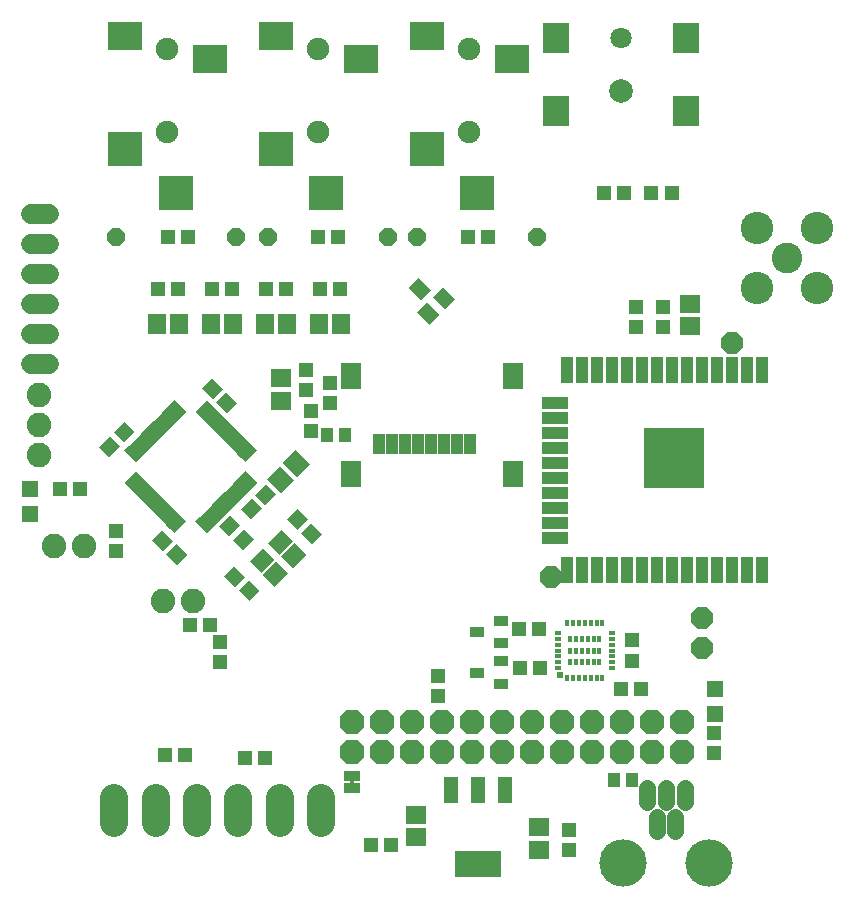
<source format=gbr>
G04 EAGLE Gerber RS-274X export*
G75*
%MOMM*%
%FSLAX34Y34*%
%LPD*%
%INSoldermask Top*%
%IPPOS*%
%AMOC8*
5,1,8,0,0,1.08239X$1,22.5*%
G01*
%ADD10R,1.203200X2.303200*%
%ADD11R,3.903200X2.303200*%
%ADD12R,1.703200X1.503200*%
%ADD13R,1.303200X1.203200*%
%ADD14C,2.082800*%
%ADD15C,1.903200*%
%ADD16R,3.003200X2.403200*%
%ADD17R,3.003200X3.003200*%
%ADD18R,1.203200X1.303200*%
%ADD19R,1.503200X1.703200*%
%ADD20C,2.336800*%
%ADD21R,1.403200X1.403200*%
%ADD22R,1.397000X0.508000*%
%ADD23R,2.203200X2.603200*%
%ADD24C,1.803200*%
%ADD25C,2.003200*%
%ADD26R,1.103200X1.173400*%
%ADD27R,1.135800X1.173400*%
%ADD28R,5.203200X5.203200*%
%ADD29R,1.103200X2.203200*%
%ADD30R,2.203200X1.103200*%
%ADD31P,2.254402X8X202.500000*%
%ADD32R,0.300000X0.600000*%
%ADD33R,0.600000X0.300000*%
%ADD34R,0.500000X0.500000*%
%ADD35P,1.649562X8X22.500000*%
%ADD36C,1.727200*%
%ADD37C,2.603200*%
%ADD38C,2.753200*%
%ADD39R,1.473200X0.838200*%
%ADD40R,1.653200X2.203200*%
%ADD41R,1.003200X1.703200*%
%ADD42R,1.219200X0.838200*%
%ADD43P,1.951982X8X22.500000*%
%ADD44R,1.203200X1.473200*%
%ADD45C,4.013200*%
%ADD46C,1.411200*%
%ADD47R,1.403200X1.603200*%

G36*
X368294Y150413D02*
X368294Y150413D01*
X368359Y150415D01*
X368403Y150433D01*
X368450Y150441D01*
X368507Y150475D01*
X368567Y150500D01*
X368602Y150532D01*
X368643Y150556D01*
X368684Y150607D01*
X368733Y150651D01*
X368755Y150693D01*
X368784Y150730D01*
X368805Y150792D01*
X368835Y150851D01*
X368844Y150905D01*
X368856Y150942D01*
X368855Y150982D01*
X368863Y151036D01*
X368863Y154846D01*
X368852Y154911D01*
X368850Y154977D01*
X368832Y155020D01*
X368823Y155067D01*
X368790Y155124D01*
X368765Y155185D01*
X368733Y155219D01*
X368709Y155260D01*
X368658Y155302D01*
X368614Y155350D01*
X368572Y155372D01*
X368535Y155401D01*
X368473Y155423D01*
X368414Y155453D01*
X368360Y155461D01*
X368323Y155473D01*
X368283Y155472D01*
X368229Y155480D01*
X365689Y155480D01*
X365624Y155469D01*
X365558Y155467D01*
X365515Y155449D01*
X365468Y155441D01*
X365411Y155407D01*
X365350Y155382D01*
X365316Y155351D01*
X365275Y155327D01*
X365233Y155275D01*
X365185Y155231D01*
X365163Y155189D01*
X365134Y155152D01*
X365112Y155090D01*
X365082Y155031D01*
X365074Y154977D01*
X365062Y154940D01*
X365062Y154936D01*
X365062Y154935D01*
X365063Y154900D01*
X365055Y154846D01*
X365055Y151036D01*
X365066Y150971D01*
X365068Y150906D01*
X365086Y150862D01*
X365094Y150815D01*
X365128Y150758D01*
X365153Y150698D01*
X365184Y150663D01*
X365208Y150622D01*
X365260Y150581D01*
X365304Y150532D01*
X365346Y150510D01*
X365383Y150481D01*
X365445Y150460D01*
X365504Y150429D01*
X365558Y150421D01*
X365595Y150409D01*
X365634Y150410D01*
X365689Y150402D01*
X368229Y150402D01*
X368294Y150413D01*
G37*
D10*
X496255Y145972D03*
X473255Y145972D03*
X450255Y145972D03*
D11*
X473255Y83972D03*
D12*
X525588Y114975D03*
X525588Y95975D03*
X421220Y125353D03*
X421220Y106353D03*
D13*
G36*
X170729Y437860D02*
X161515Y428646D01*
X153007Y437154D01*
X162221Y446368D01*
X170729Y437860D01*
G37*
G36*
X182750Y449881D02*
X173536Y440667D01*
X165028Y449175D01*
X174242Y458389D01*
X182750Y449881D01*
G37*
G36*
X248909Y477580D02*
X239695Y486794D01*
X248203Y495302D01*
X257417Y486088D01*
X248909Y477580D01*
G37*
G36*
X260930Y465560D02*
X251716Y474774D01*
X260224Y483282D01*
X269438Y474068D01*
X260930Y465560D01*
G37*
G36*
X218285Y354611D02*
X227499Y345397D01*
X218991Y336889D01*
X209777Y346103D01*
X218285Y354611D01*
G37*
G36*
X206264Y366632D02*
X215478Y357418D01*
X206970Y348910D01*
X197756Y358124D01*
X206264Y366632D01*
G37*
D14*
X139523Y352683D03*
X114123Y352683D03*
D13*
X167198Y365895D03*
X167198Y348895D03*
D15*
X465957Y773895D03*
X465957Y703895D03*
D16*
X429957Y784895D03*
X501957Y764895D03*
D17*
X429957Y688895D03*
X472957Y651895D03*
D18*
X464875Y614879D03*
X481875Y614879D03*
X310953Y570821D03*
X293953Y570821D03*
D19*
X311953Y540821D03*
X292953Y540821D03*
D15*
X338227Y773895D03*
X338227Y703895D03*
D16*
X302227Y784895D03*
X374227Y764895D03*
D17*
X302227Y688895D03*
X345227Y651895D03*
D18*
X337730Y614879D03*
X354730Y614879D03*
X265290Y570821D03*
X248290Y570821D03*
D19*
X266290Y540821D03*
X247290Y540821D03*
D15*
X210497Y773895D03*
X210497Y703895D03*
D16*
X174497Y784895D03*
X246497Y764895D03*
D17*
X174497Y688895D03*
X217497Y651895D03*
D18*
X210836Y614879D03*
X227836Y614879D03*
X219626Y570821D03*
X202626Y570821D03*
D19*
X220626Y540821D03*
X201626Y540821D03*
D18*
X356617Y570821D03*
X339617Y570821D03*
D19*
X357617Y540821D03*
X338617Y540821D03*
D18*
X597400Y651566D03*
X580400Y651566D03*
X637400Y651566D03*
X620400Y651566D03*
D13*
X332312Y467125D03*
X332312Y450125D03*
X327542Y502099D03*
X327542Y485099D03*
D12*
X306640Y475847D03*
X306640Y494847D03*
D19*
G36*
X317604Y408582D02*
X306975Y397953D01*
X294932Y409996D01*
X305561Y420625D01*
X317604Y408582D01*
G37*
G36*
X331039Y422017D02*
X320410Y411388D01*
X308367Y423431D01*
X318996Y434060D01*
X331039Y422017D01*
G37*
D20*
X165697Y139825D02*
X165697Y118489D01*
X200697Y118489D02*
X200697Y139825D01*
X235697Y139825D02*
X235697Y118489D01*
X270697Y118489D02*
X270697Y139825D01*
X305697Y139825D02*
X305697Y118489D01*
X340697Y118489D02*
X340697Y139825D01*
D13*
G36*
X279272Y324042D02*
X288486Y314828D01*
X279978Y306320D01*
X270764Y315534D01*
X279272Y324042D01*
G37*
G36*
X267251Y336063D02*
X276465Y326849D01*
X267957Y318341D01*
X258743Y327555D01*
X267251Y336063D01*
G37*
G36*
X321172Y366929D02*
X311958Y376143D01*
X320466Y384651D01*
X329680Y375437D01*
X321172Y366929D01*
G37*
G36*
X333193Y354908D02*
X323979Y364122D01*
X332487Y372630D01*
X341701Y363416D01*
X333193Y354908D01*
G37*
D14*
X102031Y481055D03*
X102031Y455655D03*
X102031Y430255D03*
D13*
X293314Y173066D03*
X276314Y173066D03*
D18*
X208382Y176155D03*
X225382Y176155D03*
X119491Y401127D03*
X136491Y401127D03*
D21*
X94493Y380287D03*
X94493Y401287D03*
D22*
G36*
X237834Y377506D02*
X247712Y367628D01*
X244120Y364036D01*
X234242Y373914D01*
X237834Y377506D01*
G37*
G36*
X241369Y381041D02*
X251247Y371163D01*
X247655Y367571D01*
X237777Y377449D01*
X241369Y381041D01*
G37*
G36*
X244905Y384577D02*
X254783Y374699D01*
X251191Y371107D01*
X241313Y380985D01*
X244905Y384577D01*
G37*
G36*
X248440Y388112D02*
X258318Y378234D01*
X254726Y374642D01*
X244848Y384520D01*
X248440Y388112D01*
G37*
G36*
X251976Y391648D02*
X261854Y381770D01*
X258262Y378178D01*
X248384Y388056D01*
X251976Y391648D01*
G37*
G36*
X255511Y395183D02*
X265389Y385305D01*
X261797Y381713D01*
X251919Y391591D01*
X255511Y395183D01*
G37*
G36*
X259047Y398719D02*
X268925Y388841D01*
X265333Y385249D01*
X255455Y395127D01*
X259047Y398719D01*
G37*
G36*
X262582Y402255D02*
X272460Y392377D01*
X268868Y388785D01*
X258990Y398663D01*
X262582Y402255D01*
G37*
G36*
X266118Y405790D02*
X275996Y395912D01*
X272404Y392320D01*
X262526Y402198D01*
X266118Y405790D01*
G37*
G36*
X269654Y409326D02*
X279532Y399448D01*
X275940Y395856D01*
X266062Y405734D01*
X269654Y409326D01*
G37*
G36*
X273189Y412861D02*
X283067Y402983D01*
X279475Y399391D01*
X269597Y409269D01*
X273189Y412861D01*
G37*
G36*
X276725Y416397D02*
X286603Y406519D01*
X283011Y402927D01*
X273133Y412805D01*
X276725Y416397D01*
G37*
G36*
X273133Y427732D02*
X283011Y437610D01*
X286603Y434018D01*
X276725Y424140D01*
X273133Y427732D01*
G37*
G36*
X269597Y431267D02*
X279475Y441145D01*
X283067Y437553D01*
X273189Y427675D01*
X269597Y431267D01*
G37*
G36*
X266062Y434803D02*
X275940Y444681D01*
X279532Y441089D01*
X269654Y431211D01*
X266062Y434803D01*
G37*
G36*
X262526Y438338D02*
X272404Y448216D01*
X275996Y444624D01*
X266118Y434746D01*
X262526Y438338D01*
G37*
G36*
X258990Y441874D02*
X268868Y451752D01*
X272460Y448160D01*
X262582Y438282D01*
X258990Y441874D01*
G37*
G36*
X255455Y445410D02*
X265333Y455288D01*
X268925Y451696D01*
X259047Y441818D01*
X255455Y445410D01*
G37*
G36*
X251919Y448945D02*
X261797Y458823D01*
X265389Y455231D01*
X255511Y445353D01*
X251919Y448945D01*
G37*
G36*
X248384Y452481D02*
X258262Y462359D01*
X261854Y458767D01*
X251976Y448889D01*
X248384Y452481D01*
G37*
G36*
X244848Y456016D02*
X254726Y465894D01*
X258318Y462302D01*
X248440Y452424D01*
X244848Y456016D01*
G37*
G36*
X241313Y459552D02*
X251191Y469430D01*
X254783Y465838D01*
X244905Y455960D01*
X241313Y459552D01*
G37*
G36*
X237777Y463087D02*
X247655Y472965D01*
X251247Y469373D01*
X241369Y459495D01*
X237777Y463087D01*
G37*
G36*
X234242Y466623D02*
X244120Y476501D01*
X247712Y472909D01*
X237834Y463031D01*
X234242Y466623D01*
G37*
G36*
X222907Y463031D02*
X213029Y472909D01*
X216621Y476501D01*
X226499Y466623D01*
X222907Y463031D01*
G37*
G36*
X219371Y459495D02*
X209493Y469373D01*
X213085Y472965D01*
X222963Y463087D01*
X219371Y459495D01*
G37*
G36*
X215835Y455960D02*
X205957Y465838D01*
X209549Y469430D01*
X219427Y459552D01*
X215835Y455960D01*
G37*
G36*
X212300Y452424D02*
X202422Y462302D01*
X206014Y465894D01*
X215892Y456016D01*
X212300Y452424D01*
G37*
G36*
X208764Y448889D02*
X198886Y458767D01*
X202478Y462359D01*
X212356Y452481D01*
X208764Y448889D01*
G37*
G36*
X205229Y445353D02*
X195351Y455231D01*
X198943Y458823D01*
X208821Y448945D01*
X205229Y445353D01*
G37*
G36*
X201693Y441818D02*
X191815Y451696D01*
X195407Y455288D01*
X205285Y445410D01*
X201693Y441818D01*
G37*
G36*
X198158Y438282D02*
X188280Y448160D01*
X191872Y451752D01*
X201750Y441874D01*
X198158Y438282D01*
G37*
G36*
X194622Y434746D02*
X184744Y444624D01*
X188336Y448216D01*
X198214Y438338D01*
X194622Y434746D01*
G37*
G36*
X191087Y431211D02*
X181209Y441089D01*
X184801Y444681D01*
X194679Y434803D01*
X191087Y431211D01*
G37*
G36*
X187551Y427675D02*
X177673Y437553D01*
X181265Y441145D01*
X191143Y431267D01*
X187551Y427675D01*
G37*
G36*
X184016Y424140D02*
X174138Y434018D01*
X177730Y437610D01*
X187608Y427732D01*
X184016Y424140D01*
G37*
G36*
X187608Y412805D02*
X177730Y402927D01*
X174138Y406519D01*
X184016Y416397D01*
X187608Y412805D01*
G37*
G36*
X191143Y409269D02*
X181265Y399391D01*
X177673Y402983D01*
X187551Y412861D01*
X191143Y409269D01*
G37*
G36*
X194679Y405734D02*
X184801Y395856D01*
X181209Y399448D01*
X191087Y409326D01*
X194679Y405734D01*
G37*
G36*
X198214Y402198D02*
X188336Y392320D01*
X184744Y395912D01*
X194622Y405790D01*
X198214Y402198D01*
G37*
G36*
X201750Y398663D02*
X191872Y388785D01*
X188280Y392377D01*
X198158Y402255D01*
X201750Y398663D01*
G37*
G36*
X205285Y395127D02*
X195407Y385249D01*
X191815Y388841D01*
X201693Y398719D01*
X205285Y395127D01*
G37*
G36*
X208821Y391591D02*
X198943Y381713D01*
X195351Y385305D01*
X205229Y395183D01*
X208821Y391591D01*
G37*
G36*
X212356Y388056D02*
X202478Y378178D01*
X198886Y381770D01*
X208764Y391648D01*
X212356Y388056D01*
G37*
G36*
X215892Y384520D02*
X206014Y374642D01*
X202422Y378234D01*
X212300Y388112D01*
X215892Y384520D01*
G37*
G36*
X219427Y380985D02*
X209549Y371107D01*
X205957Y374699D01*
X215835Y384577D01*
X219427Y380985D01*
G37*
G36*
X222963Y377449D02*
X213085Y367571D01*
X209493Y371163D01*
X219371Y381041D01*
X222963Y377449D01*
G37*
G36*
X226499Y373914D02*
X216621Y364036D01*
X213029Y367628D01*
X222907Y377506D01*
X226499Y373914D01*
G37*
D23*
X649277Y783084D03*
X649277Y721084D03*
X539277Y721084D03*
X539277Y783084D03*
D24*
X594277Y783084D03*
D25*
X594277Y738084D03*
D26*
X604063Y154615D03*
D27*
X588524Y154615D03*
D26*
X360858Y446710D03*
D27*
X345319Y446710D03*
D13*
X255227Y272045D03*
X255227Y255045D03*
X246671Y285940D03*
X229671Y285940D03*
D28*
X639204Y427280D03*
D29*
X714204Y502280D03*
X701504Y502280D03*
X688804Y502280D03*
X676104Y502280D03*
X663404Y502280D03*
X650704Y502280D03*
X638004Y502280D03*
X625304Y502280D03*
X612604Y502280D03*
X599904Y502280D03*
X587204Y502280D03*
X574504Y502280D03*
X561804Y502280D03*
X549104Y502280D03*
D30*
X539104Y474430D03*
X539104Y461730D03*
X539104Y449030D03*
X539104Y436330D03*
X539104Y423630D03*
X539104Y410930D03*
X539104Y398230D03*
X539104Y385530D03*
X539104Y372830D03*
X539104Y360130D03*
D29*
X549104Y332280D03*
X561804Y332280D03*
X574504Y332280D03*
X587204Y332280D03*
X599904Y332280D03*
X612604Y332280D03*
X625304Y332280D03*
X638004Y332280D03*
X650704Y332280D03*
X663404Y332280D03*
X676104Y332280D03*
X688804Y332280D03*
X701504Y332280D03*
X714204Y332280D03*
D31*
X646265Y203891D03*
X646265Y178491D03*
X620865Y203891D03*
X620865Y178491D03*
X595465Y203891D03*
X595465Y178491D03*
X570065Y203891D03*
X570065Y178491D03*
X544665Y203891D03*
X544665Y178491D03*
X519265Y203891D03*
X519265Y178491D03*
X493865Y203891D03*
X493865Y178491D03*
X468465Y203891D03*
X468465Y178491D03*
X443065Y203891D03*
X443065Y178491D03*
X417665Y203891D03*
X417665Y178491D03*
X392265Y203891D03*
X392265Y178491D03*
X366865Y203891D03*
X366865Y178491D03*
D13*
G36*
X284632Y396454D02*
X293846Y405668D01*
X302354Y397160D01*
X293140Y387946D01*
X284632Y396454D01*
G37*
G36*
X272611Y384433D02*
X281825Y393647D01*
X290333Y385139D01*
X281119Y375925D01*
X272611Y384433D01*
G37*
D32*
X548877Y241460D03*
X553877Y241460D03*
X558877Y241460D03*
X563877Y241460D03*
X568877Y241460D03*
X573877Y241460D03*
X578877Y241460D03*
D33*
X586877Y249460D03*
X586877Y254460D03*
X586877Y259460D03*
X586877Y264460D03*
X586877Y269460D03*
X586877Y274460D03*
X586877Y279460D03*
D32*
X578877Y287460D03*
X573877Y287460D03*
X568877Y287460D03*
X563877Y287460D03*
X558877Y287460D03*
X553877Y287460D03*
X548877Y287460D03*
D33*
X540877Y279460D03*
X540877Y274460D03*
X540877Y269460D03*
X540877Y264460D03*
X540877Y259460D03*
X540877Y254460D03*
X540877Y249460D03*
D34*
X542852Y243435D03*
D32*
X551377Y254460D03*
X551377Y264460D03*
X551377Y274460D03*
X556377Y254460D03*
X556377Y264460D03*
X556377Y274460D03*
X561377Y254460D03*
X561377Y264460D03*
X561377Y274460D03*
X566377Y254460D03*
X566377Y264460D03*
X566377Y274460D03*
X571377Y254460D03*
X571377Y264460D03*
X571377Y274460D03*
X576377Y254460D03*
X576377Y264460D03*
X576377Y274460D03*
D35*
X421564Y614879D03*
X523164Y614879D03*
X295306Y614879D03*
X396906Y614879D03*
X167345Y614879D03*
X268945Y614879D03*
D18*
X604307Y256026D03*
X604307Y273026D03*
D13*
X594811Y232283D03*
X611811Y232283D03*
D18*
X550738Y112470D03*
X550738Y95470D03*
X348567Y473981D03*
X348567Y490981D03*
D36*
X109908Y506913D02*
X94668Y506913D01*
X94668Y532313D02*
X109908Y532313D01*
X109908Y557713D02*
X94668Y557713D01*
X94668Y583113D02*
X109908Y583113D01*
X109908Y608513D02*
X94668Y608513D01*
X94668Y633913D02*
X109908Y633913D01*
D37*
X735089Y596875D03*
D38*
X760489Y622275D03*
X709689Y622275D03*
X709689Y571475D03*
X760489Y571475D03*
D18*
X629826Y538672D03*
X629826Y555672D03*
X607626Y538748D03*
X607626Y555748D03*
D39*
X366959Y158021D03*
X366959Y147861D03*
D13*
X439534Y226196D03*
X439534Y243196D03*
D14*
X232415Y306316D03*
X207015Y306316D03*
D18*
G36*
X275542Y366957D02*
X284050Y358449D01*
X274836Y349235D01*
X266328Y357743D01*
X275542Y366957D01*
G37*
G36*
X263522Y378978D02*
X272030Y370470D01*
X262816Y361256D01*
X254308Y369764D01*
X263522Y378978D01*
G37*
D12*
X652851Y539277D03*
X652851Y558277D03*
D40*
X365948Y413583D03*
X503448Y413583D03*
X365948Y496583D03*
X503448Y496583D03*
D41*
X466748Y439583D03*
X455748Y439583D03*
X444748Y439583D03*
X433748Y439583D03*
X422748Y439583D03*
X411748Y439583D03*
X400748Y439583D03*
X389748Y439583D03*
D42*
X472750Y280335D03*
X492750Y289835D03*
X492750Y270835D03*
X472841Y245783D03*
X492841Y255283D03*
X492841Y236283D03*
D18*
X509289Y249781D03*
X526289Y249781D03*
X508337Y282931D03*
X525337Y282931D03*
D43*
X688868Y524680D03*
X535523Y326319D03*
X662940Y292100D03*
X662940Y266700D03*
D44*
G36*
X433480Y569680D02*
X424972Y561172D01*
X414556Y571588D01*
X423064Y580096D01*
X433480Y569680D01*
G37*
G36*
X454339Y562255D02*
X445831Y553747D01*
X435415Y564163D01*
X443923Y572671D01*
X454339Y562255D01*
G37*
G36*
X440904Y548820D02*
X432396Y540312D01*
X421980Y550728D01*
X430488Y559236D01*
X440904Y548820D01*
G37*
D13*
X673357Y194702D03*
X673357Y177702D03*
D21*
X673791Y231770D03*
X673791Y210770D03*
D18*
X382739Y99733D03*
X399739Y99733D03*
D45*
X596206Y84862D03*
X669206Y84862D03*
D46*
X648706Y136362D02*
X648706Y148442D01*
X640706Y123362D02*
X640706Y111282D01*
X632706Y136362D02*
X632706Y148442D01*
X624706Y123362D02*
X624706Y111282D01*
X616706Y136362D02*
X616706Y148442D01*
D47*
G36*
X316878Y334204D02*
X306956Y344126D01*
X318292Y355462D01*
X328214Y345540D01*
X316878Y334204D01*
G37*
G36*
X305564Y345518D02*
X295642Y355440D01*
X306978Y366776D01*
X316900Y356854D01*
X305564Y345518D01*
G37*
G36*
X290008Y329962D02*
X280086Y339884D01*
X291422Y351220D01*
X301344Y341298D01*
X290008Y329962D01*
G37*
G36*
X301321Y318648D02*
X291399Y328570D01*
X302735Y339906D01*
X312657Y329984D01*
X301321Y318648D01*
G37*
M02*

</source>
